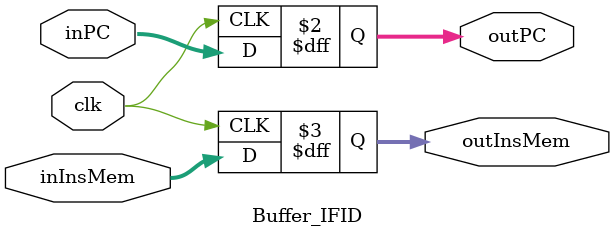
<source format=v>
module Buffer_IFID(
	input [31:0]inPC, inInsMem,
	input clk,
	output reg [31:0]outPC, outInsMem
);

//2 - Declaracion de cables y registros

//3 - Cuerpo del modulo

//Bloque secuencial
always @(posedge clk)
begin
	outPC = inPC;
	outInsMem = inInsMem;
end

endmodule

</source>
